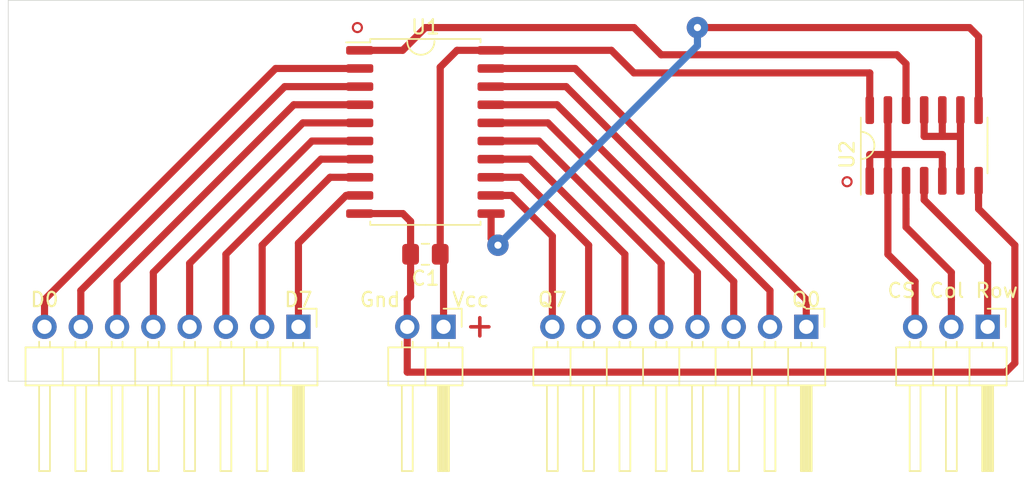
<source format=kicad_pcb>
(kicad_pcb (version 20171130) (host pcbnew "(5.1.8)-1")

  (general
    (thickness 1.6)
    (drawings 17)
    (tracks 112)
    (zones 0)
    (modules 7)
    (nets 25)
  )

  (page A4 portrait)
  (layers
    (0 F.Cu signal)
    (31 B.Cu signal)
    (32 B.Adhes user)
    (33 F.Adhes user)
    (34 B.Paste user)
    (35 F.Paste user)
    (36 B.SilkS user)
    (37 F.SilkS user)
    (38 B.Mask user)
    (39 F.Mask user)
    (40 Dwgs.User user)
    (41 Cmts.User user)
    (42 Eco1.User user)
    (43 Eco2.User user)
    (44 Edge.Cuts user)
    (45 Margin user)
    (46 B.CrtYd user)
    (47 F.CrtYd user)
    (48 B.Fab user)
    (49 F.Fab user)
  )

  (setup
    (last_trace_width 0.25)
    (user_trace_width 0.5)
    (user_trace_width 0.6)
    (trace_clearance 0.2)
    (zone_clearance 0.508)
    (zone_45_only no)
    (trace_min 0.2)
    (via_size 0.8)
    (via_drill 0.4)
    (via_min_size 0.4)
    (via_min_drill 0.3)
    (user_via 1.5 0.5)
    (uvia_size 0.3)
    (uvia_drill 0.1)
    (uvias_allowed no)
    (uvia_min_size 0.2)
    (uvia_min_drill 0.1)
    (edge_width 0.05)
    (segment_width 0.2)
    (pcb_text_width 0.3)
    (pcb_text_size 1.5 1.5)
    (mod_edge_width 0.12)
    (mod_text_size 1 1)
    (mod_text_width 0.15)
    (pad_size 1.524 1.524)
    (pad_drill 0.762)
    (pad_to_mask_clearance 0)
    (aux_axis_origin 0 0)
    (visible_elements 7FFFFFFF)
    (pcbplotparams
      (layerselection 0x010fc_ffffffff)
      (usegerberextensions false)
      (usegerberattributes true)
      (usegerberadvancedattributes true)
      (creategerberjobfile true)
      (excludeedgelayer true)
      (linewidth 0.100000)
      (plotframeref false)
      (viasonmask false)
      (mode 1)
      (useauxorigin false)
      (hpglpennumber 1)
      (hpglpenspeed 20)
      (hpglpendiameter 15.000000)
      (psnegative false)
      (psa4output false)
      (plotreference true)
      (plotvalue true)
      (plotinvisibletext false)
      (padsonsilk false)
      (subtractmaskfromsilk false)
      (outputformat 1)
      (mirror false)
      (drillshape 1)
      (scaleselection 1)
      (outputdirectory ""))
  )

  (net 0 "")
  (net 1 VCC)
  (net 2 GND)
  (net 3 /D7)
  (net 4 /D6)
  (net 5 /D5)
  (net 6 /D4)
  (net 7 /D3)
  (net 8 /D2)
  (net 9 /D1)
  (net 10 /D0)
  (net 11 /Q0)
  (net 12 /Q1)
  (net 13 /Q2)
  (net 14 /Q3)
  (net 15 /Q4)
  (net 16 /Q5)
  (net 17 /Q6)
  (net 18 /Q7)
  (net 19 /Col)
  (net 20 /Row)
  (net 21 /CS)
  (net 22 "Net-(U1-Pad1)")
  (net 23 "Net-(U1-Pad11)")
  (net 24 "Net-(U2-Pad10)")

  (net_class Default "This is the default net class."
    (clearance 0.2)
    (trace_width 0.25)
    (via_dia 0.8)
    (via_drill 0.4)
    (uvia_dia 0.3)
    (uvia_drill 0.1)
    (add_net /CS)
    (add_net /Col)
    (add_net /D0)
    (add_net /D1)
    (add_net /D2)
    (add_net /D3)
    (add_net /D4)
    (add_net /D5)
    (add_net /D6)
    (add_net /D7)
    (add_net /Q0)
    (add_net /Q1)
    (add_net /Q2)
    (add_net /Q3)
    (add_net /Q4)
    (add_net /Q5)
    (add_net /Q6)
    (add_net /Q7)
    (add_net /Row)
    (add_net GND)
    (add_net "Net-(U1-Pad1)")
    (add_net "Net-(U1-Pad11)")
    (add_net "Net-(U2-Pad10)")
    (add_net VCC)
  )

  (module Capacitor_SMD:C_0805_2012Metric_Pad1.18x1.45mm_HandSolder (layer F.Cu) (tedit 5F68FEEF) (tstamp 628D51CF)
    (at 80.01 48.26 180)
    (descr "Capacitor SMD 0805 (2012 Metric), square (rectangular) end terminal, IPC_7351 nominal with elongated pad for handsoldering. (Body size source: IPC-SM-782 page 76, https://www.pcb-3d.com/wordpress/wp-content/uploads/ipc-sm-782a_amendment_1_and_2.pdf, https://docs.google.com/spreadsheets/d/1BsfQQcO9C6DZCsRaXUlFlo91Tg2WpOkGARC1WS5S8t0/edit?usp=sharing), generated with kicad-footprint-generator")
    (tags "capacitor handsolder")
    (path /628F1683)
    (attr smd)
    (fp_text reference C1 (at 0 -1.68) (layer F.SilkS)
      (effects (font (size 1 1) (thickness 0.15)))
    )
    (fp_text value 0.1uF (at 0 1.68) (layer F.Fab)
      (effects (font (size 1 1) (thickness 0.15)))
    )
    (fp_line (start 1.88 0.98) (end -1.88 0.98) (layer F.CrtYd) (width 0.05))
    (fp_line (start 1.88 -0.98) (end 1.88 0.98) (layer F.CrtYd) (width 0.05))
    (fp_line (start -1.88 -0.98) (end 1.88 -0.98) (layer F.CrtYd) (width 0.05))
    (fp_line (start -1.88 0.98) (end -1.88 -0.98) (layer F.CrtYd) (width 0.05))
    (fp_line (start -0.261252 0.735) (end 0.261252 0.735) (layer F.SilkS) (width 0.12))
    (fp_line (start -0.261252 -0.735) (end 0.261252 -0.735) (layer F.SilkS) (width 0.12))
    (fp_line (start 1 0.625) (end -1 0.625) (layer F.Fab) (width 0.1))
    (fp_line (start 1 -0.625) (end 1 0.625) (layer F.Fab) (width 0.1))
    (fp_line (start -1 -0.625) (end 1 -0.625) (layer F.Fab) (width 0.1))
    (fp_line (start -1 0.625) (end -1 -0.625) (layer F.Fab) (width 0.1))
    (fp_text user %R (at 0 0) (layer F.Fab)
      (effects (font (size 0.5 0.5) (thickness 0.08)))
    )
    (pad 1 smd roundrect (at -1.0375 0 180) (size 1.175 1.45) (layers F.Cu F.Paste F.Mask) (roundrect_rratio 0.212766)
      (net 1 VCC))
    (pad 2 smd roundrect (at 1.0375 0 180) (size 1.175 1.45) (layers F.Cu F.Paste F.Mask) (roundrect_rratio 0.212766)
      (net 2 GND))
    (model ${KISYS3DMOD}/Capacitor_SMD.3dshapes/C_0805_2012Metric.wrl
      (at (xyz 0 0 0))
      (scale (xyz 1 1 1))
      (rotate (xyz 0 0 0))
    )
  )

  (module Connector_PinHeader_2.54mm:PinHeader_1x08_P2.54mm_Horizontal (layer F.Cu) (tedit 59FED5CB) (tstamp 628D5250)
    (at 71.12 53.34 270)
    (descr "Through hole angled pin header, 1x08, 2.54mm pitch, 6mm pin length, single row")
    (tags "Through hole angled pin header THT 1x08 2.54mm single row")
    (path /628F385A)
    (fp_text reference J1 (at 2.54 -2.54 90) (layer F.SilkS) hide
      (effects (font (size 1 1) (thickness 0.15)))
    )
    (fp_text value Conn_01x08_Male (at 4.385 20.05 90) (layer F.Fab)
      (effects (font (size 1 1) (thickness 0.15)))
    )
    (fp_line (start 10.55 -1.8) (end -1.8 -1.8) (layer F.CrtYd) (width 0.05))
    (fp_line (start 10.55 19.55) (end 10.55 -1.8) (layer F.CrtYd) (width 0.05))
    (fp_line (start -1.8 19.55) (end 10.55 19.55) (layer F.CrtYd) (width 0.05))
    (fp_line (start -1.8 -1.8) (end -1.8 19.55) (layer F.CrtYd) (width 0.05))
    (fp_line (start -1.27 -1.27) (end 0 -1.27) (layer F.SilkS) (width 0.12))
    (fp_line (start -1.27 0) (end -1.27 -1.27) (layer F.SilkS) (width 0.12))
    (fp_line (start 1.042929 18.16) (end 1.44 18.16) (layer F.SilkS) (width 0.12))
    (fp_line (start 1.042929 17.4) (end 1.44 17.4) (layer F.SilkS) (width 0.12))
    (fp_line (start 10.1 18.16) (end 4.1 18.16) (layer F.SilkS) (width 0.12))
    (fp_line (start 10.1 17.4) (end 10.1 18.16) (layer F.SilkS) (width 0.12))
    (fp_line (start 4.1 17.4) (end 10.1 17.4) (layer F.SilkS) (width 0.12))
    (fp_line (start 1.44 16.51) (end 4.1 16.51) (layer F.SilkS) (width 0.12))
    (fp_line (start 1.042929 15.62) (end 1.44 15.62) (layer F.SilkS) (width 0.12))
    (fp_line (start 1.042929 14.86) (end 1.44 14.86) (layer F.SilkS) (width 0.12))
    (fp_line (start 10.1 15.62) (end 4.1 15.62) (layer F.SilkS) (width 0.12))
    (fp_line (start 10.1 14.86) (end 10.1 15.62) (layer F.SilkS) (width 0.12))
    (fp_line (start 4.1 14.86) (end 10.1 14.86) (layer F.SilkS) (width 0.12))
    (fp_line (start 1.44 13.97) (end 4.1 13.97) (layer F.SilkS) (width 0.12))
    (fp_line (start 1.042929 13.08) (end 1.44 13.08) (layer F.SilkS) (width 0.12))
    (fp_line (start 1.042929 12.32) (end 1.44 12.32) (layer F.SilkS) (width 0.12))
    (fp_line (start 10.1 13.08) (end 4.1 13.08) (layer F.SilkS) (width 0.12))
    (fp_line (start 10.1 12.32) (end 10.1 13.08) (layer F.SilkS) (width 0.12))
    (fp_line (start 4.1 12.32) (end 10.1 12.32) (layer F.SilkS) (width 0.12))
    (fp_line (start 1.44 11.43) (end 4.1 11.43) (layer F.SilkS) (width 0.12))
    (fp_line (start 1.042929 10.54) (end 1.44 10.54) (layer F.SilkS) (width 0.12))
    (fp_line (start 1.042929 9.78) (end 1.44 9.78) (layer F.SilkS) (width 0.12))
    (fp_line (start 10.1 10.54) (end 4.1 10.54) (layer F.SilkS) (width 0.12))
    (fp_line (start 10.1 9.78) (end 10.1 10.54) (layer F.SilkS) (width 0.12))
    (fp_line (start 4.1 9.78) (end 10.1 9.78) (layer F.SilkS) (width 0.12))
    (fp_line (start 1.44 8.89) (end 4.1 8.89) (layer F.SilkS) (width 0.12))
    (fp_line (start 1.042929 8) (end 1.44 8) (layer F.SilkS) (width 0.12))
    (fp_line (start 1.042929 7.24) (end 1.44 7.24) (layer F.SilkS) (width 0.12))
    (fp_line (start 10.1 8) (end 4.1 8) (layer F.SilkS) (width 0.12))
    (fp_line (start 10.1 7.24) (end 10.1 8) (layer F.SilkS) (width 0.12))
    (fp_line (start 4.1 7.24) (end 10.1 7.24) (layer F.SilkS) (width 0.12))
    (fp_line (start 1.44 6.35) (end 4.1 6.35) (layer F.SilkS) (width 0.12))
    (fp_line (start 1.042929 5.46) (end 1.44 5.46) (layer F.SilkS) (width 0.12))
    (fp_line (start 1.042929 4.7) (end 1.44 4.7) (layer F.SilkS) (width 0.12))
    (fp_line (start 10.1 5.46) (end 4.1 5.46) (layer F.SilkS) (width 0.12))
    (fp_line (start 10.1 4.7) (end 10.1 5.46) (layer F.SilkS) (width 0.12))
    (fp_line (start 4.1 4.7) (end 10.1 4.7) (layer F.SilkS) (width 0.12))
    (fp_line (start 1.44 3.81) (end 4.1 3.81) (layer F.SilkS) (width 0.12))
    (fp_line (start 1.042929 2.92) (end 1.44 2.92) (layer F.SilkS) (width 0.12))
    (fp_line (start 1.042929 2.16) (end 1.44 2.16) (layer F.SilkS) (width 0.12))
    (fp_line (start 10.1 2.92) (end 4.1 2.92) (layer F.SilkS) (width 0.12))
    (fp_line (start 10.1 2.16) (end 10.1 2.92) (layer F.SilkS) (width 0.12))
    (fp_line (start 4.1 2.16) (end 10.1 2.16) (layer F.SilkS) (width 0.12))
    (fp_line (start 1.44 1.27) (end 4.1 1.27) (layer F.SilkS) (width 0.12))
    (fp_line (start 1.11 0.38) (end 1.44 0.38) (layer F.SilkS) (width 0.12))
    (fp_line (start 1.11 -0.38) (end 1.44 -0.38) (layer F.SilkS) (width 0.12))
    (fp_line (start 4.1 0.28) (end 10.1 0.28) (layer F.SilkS) (width 0.12))
    (fp_line (start 4.1 0.16) (end 10.1 0.16) (layer F.SilkS) (width 0.12))
    (fp_line (start 4.1 0.04) (end 10.1 0.04) (layer F.SilkS) (width 0.12))
    (fp_line (start 4.1 -0.08) (end 10.1 -0.08) (layer F.SilkS) (width 0.12))
    (fp_line (start 4.1 -0.2) (end 10.1 -0.2) (layer F.SilkS) (width 0.12))
    (fp_line (start 4.1 -0.32) (end 10.1 -0.32) (layer F.SilkS) (width 0.12))
    (fp_line (start 10.1 0.38) (end 4.1 0.38) (layer F.SilkS) (width 0.12))
    (fp_line (start 10.1 -0.38) (end 10.1 0.38) (layer F.SilkS) (width 0.12))
    (fp_line (start 4.1 -0.38) (end 10.1 -0.38) (layer F.SilkS) (width 0.12))
    (fp_line (start 4.1 -1.33) (end 1.44 -1.33) (layer F.SilkS) (width 0.12))
    (fp_line (start 4.1 19.11) (end 4.1 -1.33) (layer F.SilkS) (width 0.12))
    (fp_line (start 1.44 19.11) (end 4.1 19.11) (layer F.SilkS) (width 0.12))
    (fp_line (start 1.44 -1.33) (end 1.44 19.11) (layer F.SilkS) (width 0.12))
    (fp_line (start 4.04 18.1) (end 10.04 18.1) (layer F.Fab) (width 0.1))
    (fp_line (start 10.04 17.46) (end 10.04 18.1) (layer F.Fab) (width 0.1))
    (fp_line (start 4.04 17.46) (end 10.04 17.46) (layer F.Fab) (width 0.1))
    (fp_line (start -0.32 18.1) (end 1.5 18.1) (layer F.Fab) (width 0.1))
    (fp_line (start -0.32 17.46) (end -0.32 18.1) (layer F.Fab) (width 0.1))
    (fp_line (start -0.32 17.46) (end 1.5 17.46) (layer F.Fab) (width 0.1))
    (fp_line (start 4.04 15.56) (end 10.04 15.56) (layer F.Fab) (width 0.1))
    (fp_line (start 10.04 14.92) (end 10.04 15.56) (layer F.Fab) (width 0.1))
    (fp_line (start 4.04 14.92) (end 10.04 14.92) (layer F.Fab) (width 0.1))
    (fp_line (start -0.32 15.56) (end 1.5 15.56) (layer F.Fab) (width 0.1))
    (fp_line (start -0.32 14.92) (end -0.32 15.56) (layer F.Fab) (width 0.1))
    (fp_line (start -0.32 14.92) (end 1.5 14.92) (layer F.Fab) (width 0.1))
    (fp_line (start 4.04 13.02) (end 10.04 13.02) (layer F.Fab) (width 0.1))
    (fp_line (start 10.04 12.38) (end 10.04 13.02) (layer F.Fab) (width 0.1))
    (fp_line (start 4.04 12.38) (end 10.04 12.38) (layer F.Fab) (width 0.1))
    (fp_line (start -0.32 13.02) (end 1.5 13.02) (layer F.Fab) (width 0.1))
    (fp_line (start -0.32 12.38) (end -0.32 13.02) (layer F.Fab) (width 0.1))
    (fp_line (start -0.32 12.38) (end 1.5 12.38) (layer F.Fab) (width 0.1))
    (fp_line (start 4.04 10.48) (end 10.04 10.48) (layer F.Fab) (width 0.1))
    (fp_line (start 10.04 9.84) (end 10.04 10.48) (layer F.Fab) (width 0.1))
    (fp_line (start 4.04 9.84) (end 10.04 9.84) (layer F.Fab) (width 0.1))
    (fp_line (start -0.32 10.48) (end 1.5 10.48) (layer F.Fab) (width 0.1))
    (fp_line (start -0.32 9.84) (end -0.32 10.48) (layer F.Fab) (width 0.1))
    (fp_line (start -0.32 9.84) (end 1.5 9.84) (layer F.Fab) (width 0.1))
    (fp_line (start 4.04 7.94) (end 10.04 7.94) (layer F.Fab) (width 0.1))
    (fp_line (start 10.04 7.3) (end 10.04 7.94) (layer F.Fab) (width 0.1))
    (fp_line (start 4.04 7.3) (end 10.04 7.3) (layer F.Fab) (width 0.1))
    (fp_line (start -0.32 7.94) (end 1.5 7.94) (layer F.Fab) (width 0.1))
    (fp_line (start -0.32 7.3) (end -0.32 7.94) (layer F.Fab) (width 0.1))
    (fp_line (start -0.32 7.3) (end 1.5 7.3) (layer F.Fab) (width 0.1))
    (fp_line (start 4.04 5.4) (end 10.04 5.4) (layer F.Fab) (width 0.1))
    (fp_line (start 10.04 4.76) (end 10.04 5.4) (layer F.Fab) (width 0.1))
    (fp_line (start 4.04 4.76) (end 10.04 4.76) (layer F.Fab) (width 0.1))
    (fp_line (start -0.32 5.4) (end 1.5 5.4) (layer F.Fab) (width 0.1))
    (fp_line (start -0.32 4.76) (end -0.32 5.4) (layer F.Fab) (width 0.1))
    (fp_line (start -0.32 4.76) (end 1.5 4.76) (layer F.Fab) (width 0.1))
    (fp_line (start 4.04 2.86) (end 10.04 2.86) (layer F.Fab) (width 0.1))
    (fp_line (start 10.04 2.22) (end 10.04 2.86) (layer F.Fab) (width 0.1))
    (fp_line (start 4.04 2.22) (end 10.04 2.22) (layer F.Fab) (width 0.1))
    (fp_line (start -0.32 2.86) (end 1.5 2.86) (layer F.Fab) (width 0.1))
    (fp_line (start -0.32 2.22) (end -0.32 2.86) (layer F.Fab) (width 0.1))
    (fp_line (start -0.32 2.22) (end 1.5 2.22) (layer F.Fab) (width 0.1))
    (fp_line (start 4.04 0.32) (end 10.04 0.32) (layer F.Fab) (width 0.1))
    (fp_line (start 10.04 -0.32) (end 10.04 0.32) (layer F.Fab) (width 0.1))
    (fp_line (start 4.04 -0.32) (end 10.04 -0.32) (layer F.Fab) (width 0.1))
    (fp_line (start -0.32 0.32) (end 1.5 0.32) (layer F.Fab) (width 0.1))
    (fp_line (start -0.32 -0.32) (end -0.32 0.32) (layer F.Fab) (width 0.1))
    (fp_line (start -0.32 -0.32) (end 1.5 -0.32) (layer F.Fab) (width 0.1))
    (fp_line (start 1.5 -0.635) (end 2.135 -1.27) (layer F.Fab) (width 0.1))
    (fp_line (start 1.5 19.05) (end 1.5 -0.635) (layer F.Fab) (width 0.1))
    (fp_line (start 4.04 19.05) (end 1.5 19.05) (layer F.Fab) (width 0.1))
    (fp_line (start 4.04 -1.27) (end 4.04 19.05) (layer F.Fab) (width 0.1))
    (fp_line (start 2.135 -1.27) (end 4.04 -1.27) (layer F.Fab) (width 0.1))
    (fp_text user %R (at 2.77 8.89) (layer F.Fab)
      (effects (font (size 1 1) (thickness 0.15)))
    )
    (pad 1 thru_hole rect (at 0 0 270) (size 1.7 1.7) (drill 1) (layers *.Cu *.Mask)
      (net 3 /D7))
    (pad 2 thru_hole oval (at 0 2.54 270) (size 1.7 1.7) (drill 1) (layers *.Cu *.Mask)
      (net 4 /D6))
    (pad 3 thru_hole oval (at 0 5.08 270) (size 1.7 1.7) (drill 1) (layers *.Cu *.Mask)
      (net 5 /D5))
    (pad 4 thru_hole oval (at 0 7.62 270) (size 1.7 1.7) (drill 1) (layers *.Cu *.Mask)
      (net 6 /D4))
    (pad 5 thru_hole oval (at 0 10.16 270) (size 1.7 1.7) (drill 1) (layers *.Cu *.Mask)
      (net 7 /D3))
    (pad 6 thru_hole oval (at 0 12.7 270) (size 1.7 1.7) (drill 1) (layers *.Cu *.Mask)
      (net 8 /D2))
    (pad 7 thru_hole oval (at 0 15.24 270) (size 1.7 1.7) (drill 1) (layers *.Cu *.Mask)
      (net 9 /D1))
    (pad 8 thru_hole oval (at 0 17.78 270) (size 1.7 1.7) (drill 1) (layers *.Cu *.Mask)
      (net 10 /D0))
    (model ${KISYS3DMOD}/Connector_PinHeader_2.54mm.3dshapes/PinHeader_1x08_P2.54mm_Horizontal.wrl
      (at (xyz 0 0 0))
      (scale (xyz 1 1 1))
      (rotate (xyz 0 0 0))
    )
  )

  (module Connector_PinHeader_2.54mm:PinHeader_1x08_P2.54mm_Horizontal (layer F.Cu) (tedit 59FED5CB) (tstamp 628D52D1)
    (at 106.68 53.34 270)
    (descr "Through hole angled pin header, 1x08, 2.54mm pitch, 6mm pin length, single row")
    (tags "Through hole angled pin header THT 1x08 2.54mm single row")
    (path /628F627D)
    (fp_text reference J2 (at 2.54 -2.27 90) (layer F.SilkS) hide
      (effects (font (size 1 1) (thickness 0.15)))
    )
    (fp_text value Conn_01x08_Male (at 4.385 20.05 90) (layer F.Fab)
      (effects (font (size 1 1) (thickness 0.15)))
    )
    (fp_line (start 2.135 -1.27) (end 4.04 -1.27) (layer F.Fab) (width 0.1))
    (fp_line (start 4.04 -1.27) (end 4.04 19.05) (layer F.Fab) (width 0.1))
    (fp_line (start 4.04 19.05) (end 1.5 19.05) (layer F.Fab) (width 0.1))
    (fp_line (start 1.5 19.05) (end 1.5 -0.635) (layer F.Fab) (width 0.1))
    (fp_line (start 1.5 -0.635) (end 2.135 -1.27) (layer F.Fab) (width 0.1))
    (fp_line (start -0.32 -0.32) (end 1.5 -0.32) (layer F.Fab) (width 0.1))
    (fp_line (start -0.32 -0.32) (end -0.32 0.32) (layer F.Fab) (width 0.1))
    (fp_line (start -0.32 0.32) (end 1.5 0.32) (layer F.Fab) (width 0.1))
    (fp_line (start 4.04 -0.32) (end 10.04 -0.32) (layer F.Fab) (width 0.1))
    (fp_line (start 10.04 -0.32) (end 10.04 0.32) (layer F.Fab) (width 0.1))
    (fp_line (start 4.04 0.32) (end 10.04 0.32) (layer F.Fab) (width 0.1))
    (fp_line (start -0.32 2.22) (end 1.5 2.22) (layer F.Fab) (width 0.1))
    (fp_line (start -0.32 2.22) (end -0.32 2.86) (layer F.Fab) (width 0.1))
    (fp_line (start -0.32 2.86) (end 1.5 2.86) (layer F.Fab) (width 0.1))
    (fp_line (start 4.04 2.22) (end 10.04 2.22) (layer F.Fab) (width 0.1))
    (fp_line (start 10.04 2.22) (end 10.04 2.86) (layer F.Fab) (width 0.1))
    (fp_line (start 4.04 2.86) (end 10.04 2.86) (layer F.Fab) (width 0.1))
    (fp_line (start -0.32 4.76) (end 1.5 4.76) (layer F.Fab) (width 0.1))
    (fp_line (start -0.32 4.76) (end -0.32 5.4) (layer F.Fab) (width 0.1))
    (fp_line (start -0.32 5.4) (end 1.5 5.4) (layer F.Fab) (width 0.1))
    (fp_line (start 4.04 4.76) (end 10.04 4.76) (layer F.Fab) (width 0.1))
    (fp_line (start 10.04 4.76) (end 10.04 5.4) (layer F.Fab) (width 0.1))
    (fp_line (start 4.04 5.4) (end 10.04 5.4) (layer F.Fab) (width 0.1))
    (fp_line (start -0.32 7.3) (end 1.5 7.3) (layer F.Fab) (width 0.1))
    (fp_line (start -0.32 7.3) (end -0.32 7.94) (layer F.Fab) (width 0.1))
    (fp_line (start -0.32 7.94) (end 1.5 7.94) (layer F.Fab) (width 0.1))
    (fp_line (start 4.04 7.3) (end 10.04 7.3) (layer F.Fab) (width 0.1))
    (fp_line (start 10.04 7.3) (end 10.04 7.94) (layer F.Fab) (width 0.1))
    (fp_line (start 4.04 7.94) (end 10.04 7.94) (layer F.Fab) (width 0.1))
    (fp_line (start -0.32 9.84) (end 1.5 9.84) (layer F.Fab) (width 0.1))
    (fp_line (start -0.32 9.84) (end -0.32 10.48) (layer F.Fab) (width 0.1))
    (fp_line (start -0.32 10.48) (end 1.5 10.48) (layer F.Fab) (width 0.1))
    (fp_line (start 4.04 9.84) (end 10.04 9.84) (layer F.Fab) (width 0.1))
    (fp_line (start 10.04 9.84) (end 10.04 10.48) (layer F.Fab) (width 0.1))
    (fp_line (start 4.04 10.48) (end 10.04 10.48) (layer F.Fab) (width 0.1))
    (fp_line (start -0.32 12.38) (end 1.5 12.38) (layer F.Fab) (width 0.1))
    (fp_line (start -0.32 12.38) (end -0.32 13.02) (layer F.Fab) (width 0.1))
    (fp_line (start -0.32 13.02) (end 1.5 13.02) (layer F.Fab) (width 0.1))
    (fp_line (start 4.04 12.38) (end 10.04 12.38) (layer F.Fab) (width 0.1))
    (fp_line (start 10.04 12.38) (end 10.04 13.02) (layer F.Fab) (width 0.1))
    (fp_line (start 4.04 13.02) (end 10.04 13.02) (layer F.Fab) (width 0.1))
    (fp_line (start -0.32 14.92) (end 1.5 14.92) (layer F.Fab) (width 0.1))
    (fp_line (start -0.32 14.92) (end -0.32 15.56) (layer F.Fab) (width 0.1))
    (fp_line (start -0.32 15.56) (end 1.5 15.56) (layer F.Fab) (width 0.1))
    (fp_line (start 4.04 14.92) (end 10.04 14.92) (layer F.Fab) (width 0.1))
    (fp_line (start 10.04 14.92) (end 10.04 15.56) (layer F.Fab) (width 0.1))
    (fp_line (start 4.04 15.56) (end 10.04 15.56) (layer F.Fab) (width 0.1))
    (fp_line (start -0.32 17.46) (end 1.5 17.46) (layer F.Fab) (width 0.1))
    (fp_line (start -0.32 17.46) (end -0.32 18.1) (layer F.Fab) (width 0.1))
    (fp_line (start -0.32 18.1) (end 1.5 18.1) (layer F.Fab) (width 0.1))
    (fp_line (start 4.04 17.46) (end 10.04 17.46) (layer F.Fab) (width 0.1))
    (fp_line (start 10.04 17.46) (end 10.04 18.1) (layer F.Fab) (width 0.1))
    (fp_line (start 4.04 18.1) (end 10.04 18.1) (layer F.Fab) (width 0.1))
    (fp_line (start 1.44 -1.33) (end 1.44 19.11) (layer F.SilkS) (width 0.12))
    (fp_line (start 1.44 19.11) (end 4.1 19.11) (layer F.SilkS) (width 0.12))
    (fp_line (start 4.1 19.11) (end 4.1 -1.33) (layer F.SilkS) (width 0.12))
    (fp_line (start 4.1 -1.33) (end 1.44 -1.33) (layer F.SilkS) (width 0.12))
    (fp_line (start 4.1 -0.38) (end 10.1 -0.38) (layer F.SilkS) (width 0.12))
    (fp_line (start 10.1 -0.38) (end 10.1 0.38) (layer F.SilkS) (width 0.12))
    (fp_line (start 10.1 0.38) (end 4.1 0.38) (layer F.SilkS) (width 0.12))
    (fp_line (start 4.1 -0.32) (end 10.1 -0.32) (layer F.SilkS) (width 0.12))
    (fp_line (start 4.1 -0.2) (end 10.1 -0.2) (layer F.SilkS) (width 0.12))
    (fp_line (start 4.1 -0.08) (end 10.1 -0.08) (layer F.SilkS) (width 0.12))
    (fp_line (start 4.1 0.04) (end 10.1 0.04) (layer F.SilkS) (width 0.12))
    (fp_line (start 4.1 0.16) (end 10.1 0.16) (layer F.SilkS) (width 0.12))
    (fp_line (start 4.1 0.28) (end 10.1 0.28) (layer F.SilkS) (width 0.12))
    (fp_line (start 1.11 -0.38) (end 1.44 -0.38) (layer F.SilkS) (width 0.12))
    (fp_line (start 1.11 0.38) (end 1.44 0.38) (layer F.SilkS) (width 0.12))
    (fp_line (start 1.44 1.27) (end 4.1 1.27) (layer F.SilkS) (width 0.12))
    (fp_line (start 4.1 2.16) (end 10.1 2.16) (layer F.SilkS) (width 0.12))
    (fp_line (start 10.1 2.16) (end 10.1 2.92) (layer F.SilkS) (width 0.12))
    (fp_line (start 10.1 2.92) (end 4.1 2.92) (layer F.SilkS) (width 0.12))
    (fp_line (start 1.042929 2.16) (end 1.44 2.16) (layer F.SilkS) (width 0.12))
    (fp_line (start 1.042929 2.92) (end 1.44 2.92) (layer F.SilkS) (width 0.12))
    (fp_line (start 1.44 3.81) (end 4.1 3.81) (layer F.SilkS) (width 0.12))
    (fp_line (start 4.1 4.7) (end 10.1 4.7) (layer F.SilkS) (width 0.12))
    (fp_line (start 10.1 4.7) (end 10.1 5.46) (layer F.SilkS) (width 0.12))
    (fp_line (start 10.1 5.46) (end 4.1 5.46) (layer F.SilkS) (width 0.12))
    (fp_line (start 1.042929 4.7) (end 1.44 4.7) (layer F.SilkS) (width 0.12))
    (fp_line (start 1.042929 5.46) (end 1.44 5.46) (layer F.SilkS) (width 0.12))
    (fp_line (start 1.44 6.35) (end 4.1 6.35) (layer F.SilkS) (width 0.12))
    (fp_line (start 4.1 7.24) (end 10.1 7.24) (layer F.SilkS) (width 0.12))
    (fp_line (start 10.1 7.24) (end 10.1 8) (layer F.SilkS) (width 0.12))
    (fp_line (start 10.1 8) (end 4.1 8) (layer F.SilkS) (width 0.12))
    (fp_line (start 1.042929 7.24) (end 1.44 7.24) (layer F.SilkS) (width 0.12))
    (fp_line (start 1.042929 8) (end 1.44 8) (layer F.SilkS) (width 0.12))
    (fp_line (start 1.44 8.89) (end 4.1 8.89) (layer F.SilkS) (width 0.12))
    (fp_line (start 4.1 9.78) (end 10.1 9.78) (layer F.SilkS) (width 0.12))
    (fp_line (start 10.1 9.78) (end 10.1 10.54) (layer F.SilkS) (width 0.12))
    (fp_line (start 10.1 10.54) (end 4.1 10.54) (layer F.SilkS) (width 0.12))
    (fp_line (start 1.042929 9.78) (end 1.44 9.78) (layer F.SilkS) (width 0.12))
    (fp_line (start 1.042929 10.54) (end 1.44 10.54) (layer F.SilkS) (width 0.12))
    (fp_line (start 1.44 11.43) (end 4.1 11.43) (layer F.SilkS) (width 0.12))
    (fp_line (start 4.1 12.32) (end 10.1 12.32) (layer F.SilkS) (width 0.12))
    (fp_line (start 10.1 12.32) (end 10.1 13.08) (layer F.SilkS) (width 0.12))
    (fp_line (start 10.1 13.08) (end 4.1 13.08) (layer F.SilkS) (width 0.12))
    (fp_line (start 1.042929 12.32) (end 1.44 12.32) (layer F.SilkS) (width 0.12))
    (fp_line (start 1.042929 13.08) (end 1.44 13.08) (layer F.SilkS) (width 0.12))
    (fp_line (start 1.44 13.97) (end 4.1 13.97) (layer F.SilkS) (width 0.12))
    (fp_line (start 4.1 14.86) (end 10.1 14.86) (layer F.SilkS) (width 0.12))
    (fp_line (start 10.1 14.86) (end 10.1 15.62) (layer F.SilkS) (width 0.12))
    (fp_line (start 10.1 15.62) (end 4.1 15.62) (layer F.SilkS) (width 0.12))
    (fp_line (start 1.042929 14.86) (end 1.44 14.86) (layer F.SilkS) (width 0.12))
    (fp_line (start 1.042929 15.62) (end 1.44 15.62) (layer F.SilkS) (width 0.12))
    (fp_line (start 1.44 16.51) (end 4.1 16.51) (layer F.SilkS) (width 0.12))
    (fp_line (start 4.1 17.4) (end 10.1 17.4) (layer F.SilkS) (width 0.12))
    (fp_line (start 10.1 17.4) (end 10.1 18.16) (layer F.SilkS) (width 0.12))
    (fp_line (start 10.1 18.16) (end 4.1 18.16) (layer F.SilkS) (width 0.12))
    (fp_line (start 1.042929 17.4) (end 1.44 17.4) (layer F.SilkS) (width 0.12))
    (fp_line (start 1.042929 18.16) (end 1.44 18.16) (layer F.SilkS) (width 0.12))
    (fp_line (start -1.27 0) (end -1.27 -1.27) (layer F.SilkS) (width 0.12))
    (fp_line (start -1.27 -1.27) (end 0 -1.27) (layer F.SilkS) (width 0.12))
    (fp_line (start -1.8 -1.8) (end -1.8 19.55) (layer F.CrtYd) (width 0.05))
    (fp_line (start -1.8 19.55) (end 10.55 19.55) (layer F.CrtYd) (width 0.05))
    (fp_line (start 10.55 19.55) (end 10.55 -1.8) (layer F.CrtYd) (width 0.05))
    (fp_line (start 10.55 -1.8) (end -1.8 -1.8) (layer F.CrtYd) (width 0.05))
    (fp_text user %R (at 2.77 8.89) (layer F.Fab)
      (effects (font (size 1 1) (thickness 0.15)))
    )
    (pad 8 thru_hole oval (at 0 17.78 270) (size 1.7 1.7) (drill 1) (layers *.Cu *.Mask)
      (net 18 /Q7))
    (pad 7 thru_hole oval (at 0 15.24 270) (size 1.7 1.7) (drill 1) (layers *.Cu *.Mask)
      (net 17 /Q6))
    (pad 6 thru_hole oval (at 0 12.7 270) (size 1.7 1.7) (drill 1) (layers *.Cu *.Mask)
      (net 16 /Q5))
    (pad 5 thru_hole oval (at 0 10.16 270) (size 1.7 1.7) (drill 1) (layers *.Cu *.Mask)
      (net 15 /Q4))
    (pad 4 thru_hole oval (at 0 7.62 270) (size 1.7 1.7) (drill 1) (layers *.Cu *.Mask)
      (net 14 /Q3))
    (pad 3 thru_hole oval (at 0 5.08 270) (size 1.7 1.7) (drill 1) (layers *.Cu *.Mask)
      (net 13 /Q2))
    (pad 2 thru_hole oval (at 0 2.54 270) (size 1.7 1.7) (drill 1) (layers *.Cu *.Mask)
      (net 12 /Q1))
    (pad 1 thru_hole rect (at 0 0 270) (size 1.7 1.7) (drill 1) (layers *.Cu *.Mask)
      (net 11 /Q0))
    (model ${KISYS3DMOD}/Connector_PinHeader_2.54mm.3dshapes/PinHeader_1x08_P2.54mm_Horizontal.wrl
      (at (xyz 0 0 0))
      (scale (xyz 1 1 1))
      (rotate (xyz 0 0 0))
    )
  )

  (module Connector_PinHeader_2.54mm:PinHeader_1x02_P2.54mm_Horizontal (layer F.Cu) (tedit 59FED5CB) (tstamp 628D5304)
    (at 81.28 53.34 270)
    (descr "Through hole angled pin header, 1x02, 2.54mm pitch, 6mm pin length, single row")
    (tags "Through hole angled pin header THT 1x02 2.54mm single row")
    (path /628F7D39)
    (fp_text reference J3 (at 2.54 -2.27 90) (layer F.SilkS) hide
      (effects (font (size 1 1) (thickness 0.15)))
    )
    (fp_text value Conn_01x02_Male (at 4.385 4.81 90) (layer F.Fab)
      (effects (font (size 1 1) (thickness 0.15)))
    )
    (fp_line (start 10.55 -1.8) (end -1.8 -1.8) (layer F.CrtYd) (width 0.05))
    (fp_line (start 10.55 4.35) (end 10.55 -1.8) (layer F.CrtYd) (width 0.05))
    (fp_line (start -1.8 4.35) (end 10.55 4.35) (layer F.CrtYd) (width 0.05))
    (fp_line (start -1.8 -1.8) (end -1.8 4.35) (layer F.CrtYd) (width 0.05))
    (fp_line (start -1.27 -1.27) (end 0 -1.27) (layer F.SilkS) (width 0.12))
    (fp_line (start -1.27 0) (end -1.27 -1.27) (layer F.SilkS) (width 0.12))
    (fp_line (start 1.042929 2.92) (end 1.44 2.92) (layer F.SilkS) (width 0.12))
    (fp_line (start 1.042929 2.16) (end 1.44 2.16) (layer F.SilkS) (width 0.12))
    (fp_line (start 10.1 2.92) (end 4.1 2.92) (layer F.SilkS) (width 0.12))
    (fp_line (start 10.1 2.16) (end 10.1 2.92) (layer F.SilkS) (width 0.12))
    (fp_line (start 4.1 2.16) (end 10.1 2.16) (layer F.SilkS) (width 0.12))
    (fp_line (start 1.44 1.27) (end 4.1 1.27) (layer F.SilkS) (width 0.12))
    (fp_line (start 1.11 0.38) (end 1.44 0.38) (layer F.SilkS) (width 0.12))
    (fp_line (start 1.11 -0.38) (end 1.44 -0.38) (layer F.SilkS) (width 0.12))
    (fp_line (start 4.1 0.28) (end 10.1 0.28) (layer F.SilkS) (width 0.12))
    (fp_line (start 4.1 0.16) (end 10.1 0.16) (layer F.SilkS) (width 0.12))
    (fp_line (start 4.1 0.04) (end 10.1 0.04) (layer F.SilkS) (width 0.12))
    (fp_line (start 4.1 -0.08) (end 10.1 -0.08) (layer F.SilkS) (width 0.12))
    (fp_line (start 4.1 -0.2) (end 10.1 -0.2) (layer F.SilkS) (width 0.12))
    (fp_line (start 4.1 -0.32) (end 10.1 -0.32) (layer F.SilkS) (width 0.12))
    (fp_line (start 10.1 0.38) (end 4.1 0.38) (layer F.SilkS) (width 0.12))
    (fp_line (start 10.1 -0.38) (end 10.1 0.38) (layer F.SilkS) (width 0.12))
    (fp_line (start 4.1 -0.38) (end 10.1 -0.38) (layer F.SilkS) (width 0.12))
    (fp_line (start 4.1 -1.33) (end 1.44 -1.33) (layer F.SilkS) (width 0.12))
    (fp_line (start 4.1 3.87) (end 4.1 -1.33) (layer F.SilkS) (width 0.12))
    (fp_line (start 1.44 3.87) (end 4.1 3.87) (layer F.SilkS) (width 0.12))
    (fp_line (start 1.44 -1.33) (end 1.44 3.87) (layer F.SilkS) (width 0.12))
    (fp_line (start 4.04 2.86) (end 10.04 2.86) (layer F.Fab) (width 0.1))
    (fp_line (start 10.04 2.22) (end 10.04 2.86) (layer F.Fab) (width 0.1))
    (fp_line (start 4.04 2.22) (end 10.04 2.22) (layer F.Fab) (width 0.1))
    (fp_line (start -0.32 2.86) (end 1.5 2.86) (layer F.Fab) (width 0.1))
    (fp_line (start -0.32 2.22) (end -0.32 2.86) (layer F.Fab) (width 0.1))
    (fp_line (start -0.32 2.22) (end 1.5 2.22) (layer F.Fab) (width 0.1))
    (fp_line (start 4.04 0.32) (end 10.04 0.32) (layer F.Fab) (width 0.1))
    (fp_line (start 10.04 -0.32) (end 10.04 0.32) (layer F.Fab) (width 0.1))
    (fp_line (start 4.04 -0.32) (end 10.04 -0.32) (layer F.Fab) (width 0.1))
    (fp_line (start -0.32 0.32) (end 1.5 0.32) (layer F.Fab) (width 0.1))
    (fp_line (start -0.32 -0.32) (end -0.32 0.32) (layer F.Fab) (width 0.1))
    (fp_line (start -0.32 -0.32) (end 1.5 -0.32) (layer F.Fab) (width 0.1))
    (fp_line (start 1.5 -0.635) (end 2.135 -1.27) (layer F.Fab) (width 0.1))
    (fp_line (start 1.5 3.81) (end 1.5 -0.635) (layer F.Fab) (width 0.1))
    (fp_line (start 4.04 3.81) (end 1.5 3.81) (layer F.Fab) (width 0.1))
    (fp_line (start 4.04 -1.27) (end 4.04 3.81) (layer F.Fab) (width 0.1))
    (fp_line (start 2.135 -1.27) (end 4.04 -1.27) (layer F.Fab) (width 0.1))
    (fp_text user %R (at 2.77 1.27) (layer F.Fab)
      (effects (font (size 1 1) (thickness 0.15)))
    )
    (pad 1 thru_hole rect (at 0 0 270) (size 1.7 1.7) (drill 1) (layers *.Cu *.Mask)
      (net 1 VCC))
    (pad 2 thru_hole oval (at 0 2.54 270) (size 1.7 1.7) (drill 1) (layers *.Cu *.Mask)
      (net 2 GND))
    (model ${KISYS3DMOD}/Connector_PinHeader_2.54mm.3dshapes/PinHeader_1x02_P2.54mm_Horizontal.wrl
      (at (xyz 0 0 0))
      (scale (xyz 1 1 1))
      (rotate (xyz 0 0 0))
    )
  )

  (module Connector_PinHeader_2.54mm:PinHeader_1x03_P2.54mm_Horizontal (layer F.Cu) (tedit 59FED5CB) (tstamp 628D5344)
    (at 119.38 53.34 270)
    (descr "Through hole angled pin header, 1x03, 2.54mm pitch, 6mm pin length, single row")
    (tags "Through hole angled pin header THT 1x03 2.54mm single row")
    (path /628F8609)
    (fp_text reference J4 (at 2.54 -2.27 90) (layer F.SilkS) hide
      (effects (font (size 1 1) (thickness 0.15)))
    )
    (fp_text value Conn_01x03_Male (at 4.385 7.35 90) (layer F.Fab)
      (effects (font (size 1 1) (thickness 0.15)))
    )
    (fp_line (start 10.55 -1.8) (end -1.8 -1.8) (layer F.CrtYd) (width 0.05))
    (fp_line (start 10.55 6.85) (end 10.55 -1.8) (layer F.CrtYd) (width 0.05))
    (fp_line (start -1.8 6.85) (end 10.55 6.85) (layer F.CrtYd) (width 0.05))
    (fp_line (start -1.8 -1.8) (end -1.8 6.85) (layer F.CrtYd) (width 0.05))
    (fp_line (start -1.27 -1.27) (end 0 -1.27) (layer F.SilkS) (width 0.12))
    (fp_line (start -1.27 0) (end -1.27 -1.27) (layer F.SilkS) (width 0.12))
    (fp_line (start 1.042929 5.46) (end 1.44 5.46) (layer F.SilkS) (width 0.12))
    (fp_line (start 1.042929 4.7) (end 1.44 4.7) (layer F.SilkS) (width 0.12))
    (fp_line (start 10.1 5.46) (end 4.1 5.46) (layer F.SilkS) (width 0.12))
    (fp_line (start 10.1 4.7) (end 10.1 5.46) (layer F.SilkS) (width 0.12))
    (fp_line (start 4.1 4.7) (end 10.1 4.7) (layer F.SilkS) (width 0.12))
    (fp_line (start 1.44 3.81) (end 4.1 3.81) (layer F.SilkS) (width 0.12))
    (fp_line (start 1.042929 2.92) (end 1.44 2.92) (layer F.SilkS) (width 0.12))
    (fp_line (start 1.042929 2.16) (end 1.44 2.16) (layer F.SilkS) (width 0.12))
    (fp_line (start 10.1 2.92) (end 4.1 2.92) (layer F.SilkS) (width 0.12))
    (fp_line (start 10.1 2.16) (end 10.1 2.92) (layer F.SilkS) (width 0.12))
    (fp_line (start 4.1 2.16) (end 10.1 2.16) (layer F.SilkS) (width 0.12))
    (fp_line (start 1.44 1.27) (end 4.1 1.27) (layer F.SilkS) (width 0.12))
    (fp_line (start 1.11 0.38) (end 1.44 0.38) (layer F.SilkS) (width 0.12))
    (fp_line (start 1.11 -0.38) (end 1.44 -0.38) (layer F.SilkS) (width 0.12))
    (fp_line (start 4.1 0.28) (end 10.1 0.28) (layer F.SilkS) (width 0.12))
    (fp_line (start 4.1 0.16) (end 10.1 0.16) (layer F.SilkS) (width 0.12))
    (fp_line (start 4.1 0.04) (end 10.1 0.04) (layer F.SilkS) (width 0.12))
    (fp_line (start 4.1 -0.08) (end 10.1 -0.08) (layer F.SilkS) (width 0.12))
    (fp_line (start 4.1 -0.2) (end 10.1 -0.2) (layer F.SilkS) (width 0.12))
    (fp_line (start 4.1 -0.32) (end 10.1 -0.32) (layer F.SilkS) (width 0.12))
    (fp_line (start 10.1 0.38) (end 4.1 0.38) (layer F.SilkS) (width 0.12))
    (fp_line (start 10.1 -0.38) (end 10.1 0.38) (layer F.SilkS) (width 0.12))
    (fp_line (start 4.1 -0.38) (end 10.1 -0.38) (layer F.SilkS) (width 0.12))
    (fp_line (start 4.1 -1.33) (end 1.44 -1.33) (layer F.SilkS) (width 0.12))
    (fp_line (start 4.1 6.41) (end 4.1 -1.33) (layer F.SilkS) (width 0.12))
    (fp_line (start 1.44 6.41) (end 4.1 6.41) (layer F.SilkS) (width 0.12))
    (fp_line (start 1.44 -1.33) (end 1.44 6.41) (layer F.SilkS) (width 0.12))
    (fp_line (start 4.04 5.4) (end 10.04 5.4) (layer F.Fab) (width 0.1))
    (fp_line (start 10.04 4.76) (end 10.04 5.4) (layer F.Fab) (width 0.1))
    (fp_line (start 4.04 4.76) (end 10.04 4.76) (layer F.Fab) (width 0.1))
    (fp_line (start -0.32 5.4) (end 1.5 5.4) (layer F.Fab) (width 0.1))
    (fp_line (start -0.32 4.76) (end -0.32 5.4) (layer F.Fab) (width 0.1))
    (fp_line (start -0.32 4.76) (end 1.5 4.76) (layer F.Fab) (width 0.1))
    (fp_line (start 4.04 2.86) (end 10.04 2.86) (layer F.Fab) (width 0.1))
    (fp_line (start 10.04 2.22) (end 10.04 2.86) (layer F.Fab) (width 0.1))
    (fp_line (start 4.04 2.22) (end 10.04 2.22) (layer F.Fab) (width 0.1))
    (fp_line (start -0.32 2.86) (end 1.5 2.86) (layer F.Fab) (width 0.1))
    (fp_line (start -0.32 2.22) (end -0.32 2.86) (layer F.Fab) (width 0.1))
    (fp_line (start -0.32 2.22) (end 1.5 2.22) (layer F.Fab) (width 0.1))
    (fp_line (start 4.04 0.32) (end 10.04 0.32) (layer F.Fab) (width 0.1))
    (fp_line (start 10.04 -0.32) (end 10.04 0.32) (layer F.Fab) (width 0.1))
    (fp_line (start 4.04 -0.32) (end 10.04 -0.32) (layer F.Fab) (width 0.1))
    (fp_line (start -0.32 0.32) (end 1.5 0.32) (layer F.Fab) (width 0.1))
    (fp_line (start -0.32 -0.32) (end -0.32 0.32) (layer F.Fab) (width 0.1))
    (fp_line (start -0.32 -0.32) (end 1.5 -0.32) (layer F.Fab) (width 0.1))
    (fp_line (start 1.5 -0.635) (end 2.135 -1.27) (layer F.Fab) (width 0.1))
    (fp_line (start 1.5 6.35) (end 1.5 -0.635) (layer F.Fab) (width 0.1))
    (fp_line (start 4.04 6.35) (end 1.5 6.35) (layer F.Fab) (width 0.1))
    (fp_line (start 4.04 -1.27) (end 4.04 6.35) (layer F.Fab) (width 0.1))
    (fp_line (start 2.135 -1.27) (end 4.04 -1.27) (layer F.Fab) (width 0.1))
    (fp_text user %R (at 2.77 2.54) (layer F.Fab)
      (effects (font (size 1 1) (thickness 0.15)))
    )
    (pad 1 thru_hole rect (at 0 0 270) (size 1.7 1.7) (drill 1) (layers *.Cu *.Mask)
      (net 20 /Row))
    (pad 2 thru_hole oval (at 0 2.54 270) (size 1.7 1.7) (drill 1) (layers *.Cu *.Mask)
      (net 19 /Col))
    (pad 3 thru_hole oval (at 0 5.08 270) (size 1.7 1.7) (drill 1) (layers *.Cu *.Mask)
      (net 21 /CS))
    (model ${KISYS3DMOD}/Connector_PinHeader_2.54mm.3dshapes/PinHeader_1x03_P2.54mm_Horizontal.wrl
      (at (xyz 0 0 0))
      (scale (xyz 1 1 1))
      (rotate (xyz 0 0 0))
    )
  )

  (module Package_SO:SOP-20_7.5x12.8mm_P1.27mm (layer F.Cu) (tedit 5F4D0A3D) (tstamp 628D536F)
    (at 80.01 39.695001)
    (descr "SOP, 20 Pin (https://www.holtek.com/documents/10179/116723/sop20-300.pdf), generated with kicad-footprint-generator ipc_gullwing_generator.py")
    (tags "SOP SO")
    (path /628D44A6)
    (attr smd)
    (fp_text reference U1 (at 0 -7.35) (layer F.SilkS)
      (effects (font (size 1 1) (thickness 0.15)))
    )
    (fp_text value 74LS573 (at 0 7.35) (layer F.Fab)
      (effects (font (size 1 1) (thickness 0.15)))
    )
    (fp_line (start 5.8 -6.65) (end -5.8 -6.65) (layer F.CrtYd) (width 0.05))
    (fp_line (start 5.8 6.65) (end 5.8 -6.65) (layer F.CrtYd) (width 0.05))
    (fp_line (start -5.8 6.65) (end 5.8 6.65) (layer F.CrtYd) (width 0.05))
    (fp_line (start -5.8 -6.65) (end -5.8 6.65) (layer F.CrtYd) (width 0.05))
    (fp_line (start -3.75 -5.4) (end -2.75 -6.4) (layer F.Fab) (width 0.1))
    (fp_line (start -3.75 6.4) (end -3.75 -5.4) (layer F.Fab) (width 0.1))
    (fp_line (start 3.75 6.4) (end -3.75 6.4) (layer F.Fab) (width 0.1))
    (fp_line (start 3.75 -6.4) (end 3.75 6.4) (layer F.Fab) (width 0.1))
    (fp_line (start -2.75 -6.4) (end 3.75 -6.4) (layer F.Fab) (width 0.1))
    (fp_line (start -3.86 -6.275) (end -5.55 -6.275) (layer F.SilkS) (width 0.12))
    (fp_line (start -3.86 -6.51) (end -3.86 -6.275) (layer F.SilkS) (width 0.12))
    (fp_line (start 0 -6.51) (end -3.86 -6.51) (layer F.SilkS) (width 0.12))
    (fp_line (start 3.86 -6.51) (end 3.86 -6.275) (layer F.SilkS) (width 0.12))
    (fp_line (start 0 -6.51) (end 3.86 -6.51) (layer F.SilkS) (width 0.12))
    (fp_line (start -3.86 6.51) (end -3.86 6.275) (layer F.SilkS) (width 0.12))
    (fp_line (start 0 6.51) (end -3.86 6.51) (layer F.SilkS) (width 0.12))
    (fp_line (start 3.86 6.51) (end 3.86 6.275) (layer F.SilkS) (width 0.12))
    (fp_line (start 0 6.51) (end 3.86 6.51) (layer F.SilkS) (width 0.12))
    (fp_text user %R (at 0 0) (layer F.Fab)
      (effects (font (size 1 1) (thickness 0.15)))
    )
    (pad 1 smd roundrect (at -4.6 -5.715) (size 1.9 0.6) (layers F.Cu F.Paste F.Mask) (roundrect_rratio 0.25)
      (net 22 "Net-(U1-Pad1)"))
    (pad 2 smd roundrect (at -4.6 -4.445) (size 1.9 0.6) (layers F.Cu F.Paste F.Mask) (roundrect_rratio 0.25)
      (net 10 /D0))
    (pad 3 smd roundrect (at -4.6 -3.175) (size 1.9 0.6) (layers F.Cu F.Paste F.Mask) (roundrect_rratio 0.25)
      (net 9 /D1))
    (pad 4 smd roundrect (at -4.6 -1.905) (size 1.9 0.6) (layers F.Cu F.Paste F.Mask) (roundrect_rratio 0.25)
      (net 8 /D2))
    (pad 5 smd roundrect (at -4.6 -0.635) (size 1.9 0.6) (layers F.Cu F.Paste F.Mask) (roundrect_rratio 0.25)
      (net 7 /D3))
    (pad 6 smd roundrect (at -4.6 0.635) (size 1.9 0.6) (layers F.Cu F.Paste F.Mask) (roundrect_rratio 0.25)
      (net 6 /D4))
    (pad 7 smd roundrect (at -4.6 1.905) (size 1.9 0.6) (layers F.Cu F.Paste F.Mask) (roundrect_rratio 0.25)
      (net 5 /D5))
    (pad 8 smd roundrect (at -4.6 3.175) (size 1.9 0.6) (layers F.Cu F.Paste F.Mask) (roundrect_rratio 0.25)
      (net 4 /D6))
    (pad 9 smd roundrect (at -4.6 4.445) (size 1.9 0.6) (layers F.Cu F.Paste F.Mask) (roundrect_rratio 0.25)
      (net 3 /D7))
    (pad 10 smd roundrect (at -4.6 5.715) (size 1.9 0.6) (layers F.Cu F.Paste F.Mask) (roundrect_rratio 0.25)
      (net 2 GND))
    (pad 11 smd roundrect (at 4.6 5.715) (size 1.9 0.6) (layers F.Cu F.Paste F.Mask) (roundrect_rratio 0.25)
      (net 23 "Net-(U1-Pad11)"))
    (pad 12 smd roundrect (at 4.6 4.445) (size 1.9 0.6) (layers F.Cu F.Paste F.Mask) (roundrect_rratio 0.25)
      (net 18 /Q7))
    (pad 13 smd roundrect (at 4.6 3.175) (size 1.9 0.6) (layers F.Cu F.Paste F.Mask) (roundrect_rratio 0.25)
      (net 17 /Q6))
    (pad 14 smd roundrect (at 4.6 1.905) (size 1.9 0.6) (layers F.Cu F.Paste F.Mask) (roundrect_rratio 0.25)
      (net 16 /Q5))
    (pad 15 smd roundrect (at 4.6 0.635) (size 1.9 0.6) (layers F.Cu F.Paste F.Mask) (roundrect_rratio 0.25)
      (net 15 /Q4))
    (pad 16 smd roundrect (at 4.6 -0.635) (size 1.9 0.6) (layers F.Cu F.Paste F.Mask) (roundrect_rratio 0.25)
      (net 14 /Q3))
    (pad 17 smd roundrect (at 4.6 -1.905) (size 1.9 0.6) (layers F.Cu F.Paste F.Mask) (roundrect_rratio 0.25)
      (net 13 /Q2))
    (pad 18 smd roundrect (at 4.6 -3.175) (size 1.9 0.6) (layers F.Cu F.Paste F.Mask) (roundrect_rratio 0.25)
      (net 12 /Q1))
    (pad 19 smd roundrect (at 4.6 -4.445) (size 1.9 0.6) (layers F.Cu F.Paste F.Mask) (roundrect_rratio 0.25)
      (net 11 /Q0))
    (pad 20 smd roundrect (at 4.6 -5.715) (size 1.9 0.6) (layers F.Cu F.Paste F.Mask) (roundrect_rratio 0.25)
      (net 1 VCC))
    (model ${KISYS3DMOD}/Package_SO.3dshapes/SOP-20_7.5x12.8mm_P1.27mm.wrl
      (at (xyz 0 0 0))
      (scale (xyz 1 1 1))
      (rotate (xyz 0 0 0))
    )
  )

  (module Package_SO:SO-14_3.9x8.65mm_P1.27mm (layer F.Cu) (tedit 5F427CE7) (tstamp 628D538F)
    (at 114.935 40.64 90)
    (descr "SO, 14 Pin (https://www.st.com/resource/en/datasheet/l6491.pdf), generated with kicad-footprint-generator ipc_gullwing_generator.py")
    (tags "SO SO")
    (path /628D5FE9)
    (attr smd)
    (fp_text reference U2 (at -0.635 -5.3975 90) (layer F.SilkS)
      (effects (font (size 1 1) (thickness 0.15)))
    )
    (fp_text value 74LS10 (at 0 5.28 90) (layer F.Fab)
      (effects (font (size 1 1) (thickness 0.15)))
    )
    (fp_line (start 3.7 -4.58) (end -3.7 -4.58) (layer F.CrtYd) (width 0.05))
    (fp_line (start 3.7 4.58) (end 3.7 -4.58) (layer F.CrtYd) (width 0.05))
    (fp_line (start -3.7 4.58) (end 3.7 4.58) (layer F.CrtYd) (width 0.05))
    (fp_line (start -3.7 -4.58) (end -3.7 4.58) (layer F.CrtYd) (width 0.05))
    (fp_line (start -1.95 -3.35) (end -0.975 -4.325) (layer F.Fab) (width 0.1))
    (fp_line (start -1.95 4.325) (end -1.95 -3.35) (layer F.Fab) (width 0.1))
    (fp_line (start 1.95 4.325) (end -1.95 4.325) (layer F.Fab) (width 0.1))
    (fp_line (start 1.95 -4.325) (end 1.95 4.325) (layer F.Fab) (width 0.1))
    (fp_line (start -0.975 -4.325) (end 1.95 -4.325) (layer F.Fab) (width 0.1))
    (fp_line (start 0 -4.435) (end -3.45 -4.435) (layer F.SilkS) (width 0.12))
    (fp_line (start 0 -4.435) (end 1.95 -4.435) (layer F.SilkS) (width 0.12))
    (fp_line (start 0 4.435) (end -1.95 4.435) (layer F.SilkS) (width 0.12))
    (fp_line (start 0 4.435) (end 1.95 4.435) (layer F.SilkS) (width 0.12))
    (fp_text user %R (at 0 0 90) (layer F.Fab)
      (effects (font (size 0.98 0.98) (thickness 0.15)))
    )
    (pad 1 smd roundrect (at -2.475 -3.81 90) (size 1.95 0.6) (layers F.Cu F.Paste F.Mask) (roundrect_rratio 0.25)
      (net 21 /CS))
    (pad 2 smd roundrect (at -2.475 -2.54 90) (size 1.95 0.6) (layers F.Cu F.Paste F.Mask) (roundrect_rratio 0.25)
      (net 21 /CS))
    (pad 3 smd roundrect (at -2.475 -1.27 90) (size 1.95 0.6) (layers F.Cu F.Paste F.Mask) (roundrect_rratio 0.25)
      (net 19 /Col))
    (pad 4 smd roundrect (at -2.475 0 90) (size 1.95 0.6) (layers F.Cu F.Paste F.Mask) (roundrect_rratio 0.25)
      (net 20 /Row))
    (pad 5 smd roundrect (at -2.475 1.27 90) (size 1.95 0.6) (layers F.Cu F.Paste F.Mask) (roundrect_rratio 0.25)
      (net 21 /CS))
    (pad 6 smd roundrect (at -2.475 2.54 90) (size 1.95 0.6) (layers F.Cu F.Paste F.Mask) (roundrect_rratio 0.25)
      (net 24 "Net-(U2-Pad10)"))
    (pad 7 smd roundrect (at -2.475 3.81 90) (size 1.95 0.6) (layers F.Cu F.Paste F.Mask) (roundrect_rratio 0.25)
      (net 2 GND))
    (pad 8 smd roundrect (at 2.475 3.81 90) (size 1.95 0.6) (layers F.Cu F.Paste F.Mask) (roundrect_rratio 0.25)
      (net 23 "Net-(U1-Pad11)"))
    (pad 9 smd roundrect (at 2.475 2.54 90) (size 1.95 0.6) (layers F.Cu F.Paste F.Mask) (roundrect_rratio 0.25)
      (net 24 "Net-(U2-Pad10)"))
    (pad 10 smd roundrect (at 2.475 1.27 90) (size 1.95 0.6) (layers F.Cu F.Paste F.Mask) (roundrect_rratio 0.25)
      (net 24 "Net-(U2-Pad10)"))
    (pad 11 smd roundrect (at 2.475 0 90) (size 1.95 0.6) (layers F.Cu F.Paste F.Mask) (roundrect_rratio 0.25)
      (net 24 "Net-(U2-Pad10)"))
    (pad 12 smd roundrect (at 2.475 -1.27 90) (size 1.95 0.6) (layers F.Cu F.Paste F.Mask) (roundrect_rratio 0.25)
      (net 22 "Net-(U1-Pad1)"))
    (pad 13 smd roundrect (at 2.475 -2.54 90) (size 1.95 0.6) (layers F.Cu F.Paste F.Mask) (roundrect_rratio 0.25)
      (net 21 /CS))
    (pad 14 smd roundrect (at 2.475 -3.81 90) (size 1.95 0.6) (layers F.Cu F.Paste F.Mask) (roundrect_rratio 0.25)
      (net 1 VCC))
    (model ${KISYS3DMOD}/Package_SO.3dshapes/SO-14_3.9x8.65mm_P1.27mm.wrl
      (at (xyz 0 0 0))
      (scale (xyz 1 1 1))
      (rotate (xyz 0 0 0))
    )
  )

  (gr_circle (center 109.5375 43.18) (end 109.855 43.18) (layer F.Cu) (width 0.15) (tstamp 628D7DFF))
  (gr_circle (center 75.2475 32.385) (end 75.565 32.385) (layer F.Cu) (width 0.15))
  (gr_arc (start 110.5 40.64) (end 110.5 41.5925) (angle -180) (layer F.SilkS) (width 0.12) (tstamp 628D7DB3))
  (gr_arc (start 79.6925 33.3375) (end 78.74 33.3375) (angle -180) (layer F.SilkS) (width 0.12))
  (gr_text Row (at 120.015 50.8) (layer F.SilkS)
    (effects (font (size 1 1) (thickness 0.15)))
  )
  (gr_text Col (at 116.5225 50.8) (layer F.SilkS)
    (effects (font (size 1 1) (thickness 0.15)))
  )
  (gr_text CS (at 113.3475 50.8) (layer F.SilkS)
    (effects (font (size 1 1) (thickness 0.15)))
  )
  (gr_text Q0 (at 106.68 51.435) (layer F.SilkS)
    (effects (font (size 1 1) (thickness 0.15)))
  )
  (gr_text Q7 (at 88.9 51.435) (layer F.SilkS)
    (effects (font (size 1 1) (thickness 0.15)))
  )
  (gr_text Gnd (at 76.835 51.435) (layer F.SilkS)
    (effects (font (size 1 1) (thickness 0.15)))
  )
  (gr_text Vcc (at 83.185 51.435) (layer F.SilkS)
    (effects (font (size 1 1) (thickness 0.15)))
  )
  (gr_text D7 (at 71.12 51.435) (layer F.SilkS)
    (effects (font (size 1 1) (thickness 0.15)))
  )
  (gr_text D0 (at 53.34 51.435) (layer F.SilkS)
    (effects (font (size 1 1) (thickness 0.15)))
  )
  (gr_line (start 50.8 30.48) (end 50.8 57.15) (layer Edge.Cuts) (width 0.05) (tstamp 628D6819))
  (gr_line (start 121.92 30.48) (end 50.8 30.48) (layer Edge.Cuts) (width 0.05))
  (gr_line (start 121.92 57.15) (end 121.92 30.48) (layer Edge.Cuts) (width 0.05))
  (gr_line (start 50.8 57.15) (end 121.92 57.15) (layer Edge.Cuts) (width 0.05))

  (segment (start 83.185 53.34) (end 84.455 53.34) (width 0.25) (layer F.Cu) (net 0))
  (segment (start 83.82 52.705) (end 83.82 53.975) (width 0.25) (layer F.Cu) (net 0))
  (segment (start 81.28 48.4925) (end 81.0475 48.26) (width 0.5) (layer F.Cu) (net 1))
  (segment (start 81.28 53.34) (end 81.28 48.4925) (width 0.5) (layer F.Cu) (net 1))
  (segment (start 81.0475 48.26) (end 81.0475 35.1575) (width 0.5) (layer F.Cu) (net 1))
  (segment (start 82.224999 33.980001) (end 84.61 33.980001) (width 0.5) (layer F.Cu) (net 1))
  (segment (start 81.0475 35.1575) (end 82.224999 33.980001) (width 0.5) (layer F.Cu) (net 1))
  (segment (start 111.125 35.56) (end 111.125 38.165) (width 0.5) (layer F.Cu) (net 1))
  (segment (start 94.615 35.56) (end 111.125 35.56) (width 0.5) (layer F.Cu) (net 1))
  (segment (start 93.035001 33.980001) (end 94.615 35.56) (width 0.5) (layer F.Cu) (net 1))
  (segment (start 84.61 33.980001) (end 93.035001 33.980001) (width 0.5) (layer F.Cu) (net 1))
  (segment (start 78.74 53.34) (end 78.74 51.435) (width 0.5) (layer F.Cu) (net 2))
  (segment (start 78.9725 51.2025) (end 78.9725 48.26) (width 0.5) (layer F.Cu) (net 2))
  (segment (start 78.74 51.435) (end 78.9725 51.2025) (width 0.5) (layer F.Cu) (net 2))
  (segment (start 78.9725 48.26) (end 78.9725 45.9525) (width 0.5) (layer F.Cu) (net 2))
  (segment (start 78.430001 45.410001) (end 75.41 45.410001) (width 0.5) (layer F.Cu) (net 2))
  (segment (start 78.9725 45.9525) (end 78.430001 45.410001) (width 0.5) (layer F.Cu) (net 2))
  (segment (start 118.745 45.085) (end 118.745 43.115) (width 0.5) (layer F.Cu) (net 2))
  (segment (start 121.285 47.625) (end 118.745 45.085) (width 0.5) (layer F.Cu) (net 2))
  (segment (start 121.285 55.88) (end 121.285 47.625) (width 0.5) (layer F.Cu) (net 2))
  (segment (start 120.65 56.515) (end 121.285 55.88) (width 0.5) (layer F.Cu) (net 2))
  (segment (start 78.74 56.515) (end 120.65 56.515) (width 0.5) (layer F.Cu) (net 2))
  (segment (start 78.74 53.34) (end 78.74 56.515) (width 0.5) (layer F.Cu) (net 2))
  (segment (start 71.12 47.480001) (end 71.12 53.34) (width 0.5) (layer F.Cu) (net 3))
  (segment (start 74.46 44.140001) (end 71.12 47.480001) (width 0.5) (layer F.Cu) (net 3))
  (segment (start 75.41 44.140001) (end 74.46 44.140001) (width 0.5) (layer F.Cu) (net 3))
  (segment (start 75.41 42.870001) (end 73.334999 42.870001) (width 0.5) (layer F.Cu) (net 4))
  (segment (start 68.58 47.625) (end 68.58 53.34) (width 0.5) (layer F.Cu) (net 4))
  (segment (start 73.334999 42.870001) (end 68.58 47.625) (width 0.5) (layer F.Cu) (net 4))
  (segment (start 75.41 41.600001) (end 72.699999 41.600001) (width 0.5) (layer F.Cu) (net 5))
  (segment (start 66.04 48.26) (end 66.04 53.34) (width 0.5) (layer F.Cu) (net 5))
  (segment (start 72.699999 41.600001) (end 66.04 48.26) (width 0.5) (layer F.Cu) (net 5))
  (segment (start 75.41 40.330001) (end 72.064999 40.330001) (width 0.5) (layer F.Cu) (net 6))
  (segment (start 63.5 48.895) (end 63.5 53.34) (width 0.5) (layer F.Cu) (net 6))
  (segment (start 72.064999 40.330001) (end 63.5 48.895) (width 0.5) (layer F.Cu) (net 6))
  (segment (start 75.41 39.060001) (end 71.429999 39.060001) (width 0.5) (layer F.Cu) (net 7))
  (segment (start 60.96 49.53) (end 60.96 53.34) (width 0.5) (layer F.Cu) (net 7))
  (segment (start 71.429999 39.060001) (end 60.96 49.53) (width 0.5) (layer F.Cu) (net 7))
  (segment (start 75.41 37.790001) (end 70.794999 37.790001) (width 0.5) (layer F.Cu) (net 8))
  (segment (start 58.42 50.165) (end 58.42 53.34) (width 0.5) (layer F.Cu) (net 8))
  (segment (start 70.794999 37.790001) (end 58.42 50.165) (width 0.5) (layer F.Cu) (net 8))
  (segment (start 55.88 50.8) (end 55.88 53.34) (width 0.5) (layer F.Cu) (net 9))
  (segment (start 70.159999 36.520001) (end 55.88 50.8) (width 0.5) (layer F.Cu) (net 9))
  (segment (start 75.41 36.520001) (end 70.159999 36.520001) (width 0.5) (layer F.Cu) (net 9))
  (segment (start 75.41 35.250001) (end 69.524999 35.250001) (width 0.5) (layer F.Cu) (net 10))
  (segment (start 53.34 51.435) (end 53.34 53.34) (width 0.5) (layer F.Cu) (net 10))
  (segment (start 69.524999 35.250001) (end 53.34 51.435) (width 0.5) (layer F.Cu) (net 10))
  (segment (start 84.61 35.250001) (end 90.495001 35.250001) (width 0.5) (layer F.Cu) (net 11))
  (segment (start 106.68 51.435) (end 106.68 53.34) (width 0.5) (layer F.Cu) (net 11))
  (segment (start 90.495001 35.250001) (end 106.68 51.435) (width 0.5) (layer F.Cu) (net 11))
  (segment (start 84.61 36.520001) (end 89.860001 36.520001) (width 0.5) (layer F.Cu) (net 12))
  (segment (start 104.14 50.8) (end 104.14 53.34) (width 0.5) (layer F.Cu) (net 12))
  (segment (start 89.860001 36.520001) (end 104.14 50.8) (width 0.5) (layer F.Cu) (net 12))
  (segment (start 84.61 37.790001) (end 89.225001 37.790001) (width 0.5) (layer F.Cu) (net 13))
  (segment (start 101.6 50.165) (end 101.6 53.34) (width 0.5) (layer F.Cu) (net 13))
  (segment (start 89.225001 37.790001) (end 101.6 50.165) (width 0.5) (layer F.Cu) (net 13))
  (segment (start 84.61 39.060001) (end 88.590001 39.060001) (width 0.5) (layer F.Cu) (net 14))
  (segment (start 99.06 49.53) (end 99.06 53.34) (width 0.5) (layer F.Cu) (net 14))
  (segment (start 88.590001 39.060001) (end 99.06 49.53) (width 0.5) (layer F.Cu) (net 14))
  (segment (start 84.61 40.330001) (end 87.955001 40.330001) (width 0.5) (layer F.Cu) (net 15))
  (segment (start 96.52 48.895) (end 96.52 53.34) (width 0.5) (layer F.Cu) (net 15))
  (segment (start 87.955001 40.330001) (end 96.52 48.895) (width 0.5) (layer F.Cu) (net 15))
  (segment (start 84.61 41.600001) (end 87.320001 41.600001) (width 0.5) (layer F.Cu) (net 16))
  (segment (start 93.98 48.26) (end 93.98 53.34) (width 0.5) (layer F.Cu) (net 16))
  (segment (start 87.320001 41.600001) (end 93.98 48.26) (width 0.5) (layer F.Cu) (net 16))
  (segment (start 84.61 42.870001) (end 86.685001 42.870001) (width 0.5) (layer F.Cu) (net 17))
  (segment (start 91.44 47.625) (end 91.44 53.34) (width 0.5) (layer F.Cu) (net 17))
  (segment (start 86.685001 42.870001) (end 91.44 47.625) (width 0.5) (layer F.Cu) (net 17))
  (segment (start 84.61 44.140001) (end 86.050001 44.140001) (width 0.5) (layer F.Cu) (net 18))
  (segment (start 88.9 46.99) (end 88.9 53.34) (width 0.5) (layer F.Cu) (net 18))
  (segment (start 86.050001 44.140001) (end 88.9 46.99) (width 0.5) (layer F.Cu) (net 18))
  (segment (start 113.665 43.115) (end 113.665 45.085) (width 0.5) (layer F.Cu) (net 19))
  (segment (start 113.665 45.085) (end 113.665 46.355) (width 0.5) (layer F.Cu) (net 19))
  (segment (start 113.665 46.355) (end 116.84 49.53) (width 0.5) (layer F.Cu) (net 19))
  (segment (start 116.84 49.53) (end 116.84 51.435) (width 0.5) (layer F.Cu) (net 19))
  (segment (start 116.84 51.435) (end 116.84 53.34) (width 0.5) (layer F.Cu) (net 19))
  (segment (start 114.935 44.45) (end 119.38 48.895) (width 0.5) (layer F.Cu) (net 20))
  (segment (start 119.38 48.895) (end 119.38 53.34) (width 0.5) (layer F.Cu) (net 20))
  (segment (start 114.935 43.115) (end 114.935 44.45) (width 0.5) (layer F.Cu) (net 20))
  (segment (start 111.125 43.115) (end 111.125 41.275) (width 0.5) (layer F.Cu) (net 21))
  (segment (start 111.125 41.275) (end 112.395 41.275) (width 0.5) (layer F.Cu) (net 21))
  (segment (start 112.395 41.275) (end 112.395 43.115) (width 0.5) (layer F.Cu) (net 21))
  (segment (start 112.395 38.165) (end 112.395 41.275) (width 0.5) (layer F.Cu) (net 21))
  (segment (start 116.205 43.115) (end 116.205 41.275) (width 0.5) (layer F.Cu) (net 21))
  (segment (start 116.205 41.275) (end 112.395 41.275) (width 0.5) (layer F.Cu) (net 21))
  (segment (start 112.395 43.115) (end 112.395 48.26) (width 0.5) (layer F.Cu) (net 21))
  (segment (start 114.3 50.165) (end 114.3 53.34) (width 0.5) (layer F.Cu) (net 21))
  (segment (start 112.395 48.26) (end 114.3 50.165) (width 0.5) (layer F.Cu) (net 21))
  (segment (start 94.615 32.385) (end 96.52 34.29) (width 0.5) (layer F.Cu) (net 22))
  (segment (start 80.01 32.385) (end 94.615 32.385) (width 0.5) (layer F.Cu) (net 22))
  (segment (start 78.414999 33.980001) (end 80.01 32.385) (width 0.5) (layer F.Cu) (net 22))
  (segment (start 75.41 33.980001) (end 78.414999 33.980001) (width 0.5) (layer F.Cu) (net 22))
  (segment (start 113.03 34.29) (end 113.665 34.925) (width 0.5) (layer F.Cu) (net 22))
  (segment (start 113.665 34.925) (end 113.665 38.165) (width 0.5) (layer F.Cu) (net 22))
  (segment (start 96.52 34.29) (end 113.03 34.29) (width 0.5) (layer F.Cu) (net 22))
  (segment (start 84.61 45.410001) (end 84.61 47.145) (width 0.5) (layer F.Cu) (net 23))
  (segment (start 84.61 47.145) (end 85.09 47.625) (width 0.5) (layer F.Cu) (net 23))
  (segment (start 85.09 47.625) (end 85.09 47.625) (width 0.5) (layer F.Cu) (net 23) (tstamp 628D7865))
  (via (at 85.09 47.625) (size 1.5) (drill 0.5) (layers F.Cu B.Cu) (net 23))
  (segment (start 118.745 38.165) (end 118.745 33.02) (width 0.5) (layer F.Cu) (net 23))
  (segment (start 118.745 33.02) (end 118.11 32.385) (width 0.5) (layer F.Cu) (net 23))
  (segment (start 118.11 32.385) (end 99.06 32.385) (width 0.5) (layer F.Cu) (net 23))
  (segment (start 99.06 32.385) (end 99.06 32.385) (width 0.5) (layer F.Cu) (net 23) (tstamp 628D788B))
  (via (at 99.06 32.385) (size 1.5) (drill 0.5) (layers F.Cu B.Cu) (net 23))
  (segment (start 99.06 33.655) (end 99.06 32.385) (width 0.5) (layer B.Cu) (net 23))
  (segment (start 85.09 47.625) (end 99.06 33.655) (width 0.5) (layer B.Cu) (net 23))
  (segment (start 116.205 38.165) (end 116.205 40.005) (width 0.5) (layer F.Cu) (net 24))
  (segment (start 116.205 40.005) (end 117.475 40.005) (width 0.5) (layer F.Cu) (net 24))
  (segment (start 117.475 40.005) (end 117.475 43.115) (width 0.5) (layer F.Cu) (net 24))
  (segment (start 117.475 38.165) (end 117.475 40.005) (width 0.5) (layer F.Cu) (net 24))
  (segment (start 114.935 38.165) (end 114.935 40.005) (width 0.5) (layer F.Cu) (net 24))
  (segment (start 114.935 40.005) (end 116.205 40.005) (width 0.5) (layer F.Cu) (net 24))

)

</source>
